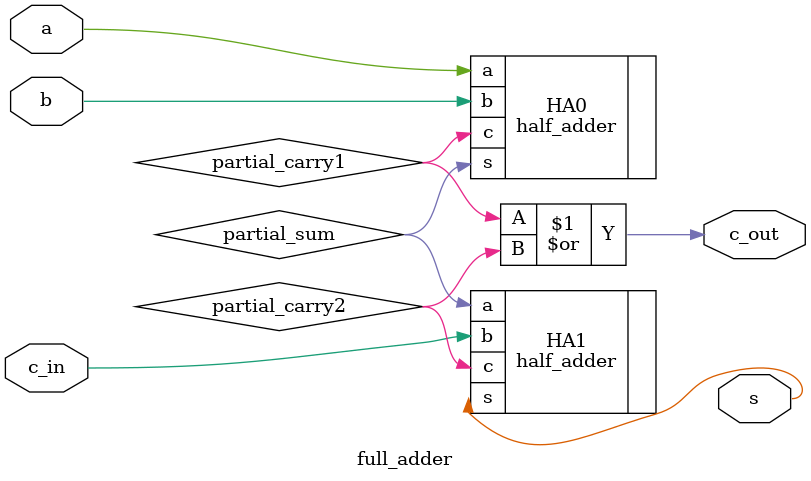
<source format=v>
`timescale 1ns / 1ps

module full_adder(
    input wire a,
    input wire b,
    input wire c_in,
    output wire s,
    output wire c_out
    );

    wire partial_sum;
    wire partial_carry1, partial_carry2;

    assign c_out = partial_carry1 | partial_carry2;

    half_adder HA0 (
        .a(a),
        .b(b),
        .c(partial_carry1),
        .s(partial_sum)
    );

    half_adder HA1 (
        .a(partial_sum),
        .b(c_in),
        .c(partial_carry2),
        .s(s)
    );
endmodule

</source>
